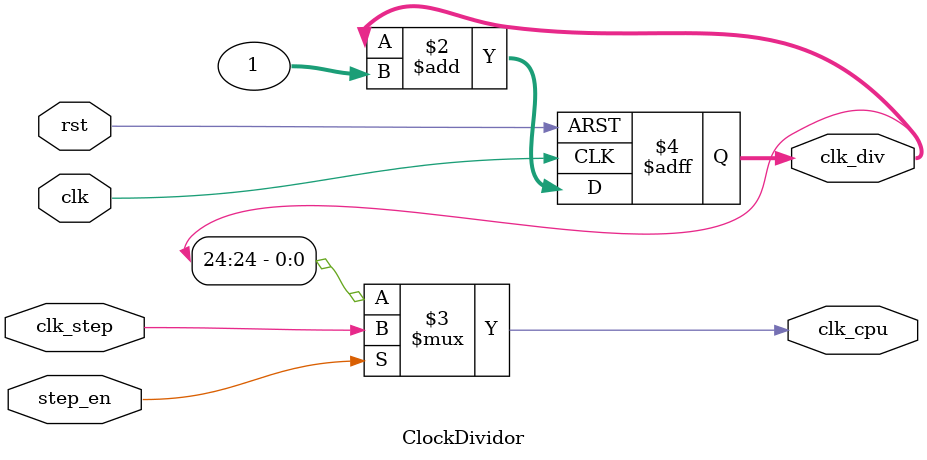
<source format=v>
module ClockDividor(
    input clk,
    input rst,
    input step_en,
    input clk_step,
    output reg[31:0] clk_div,
    output clk_cpu
);

    always @(posedge clk or posedge rst) begin
        if (rst) clk_div <= 0;
        else clk_div <= clk_div + 1;
    end
    
    assign clk_cpu = step_en ? clk_step : clk_div[24];
    
endmodule

</source>
